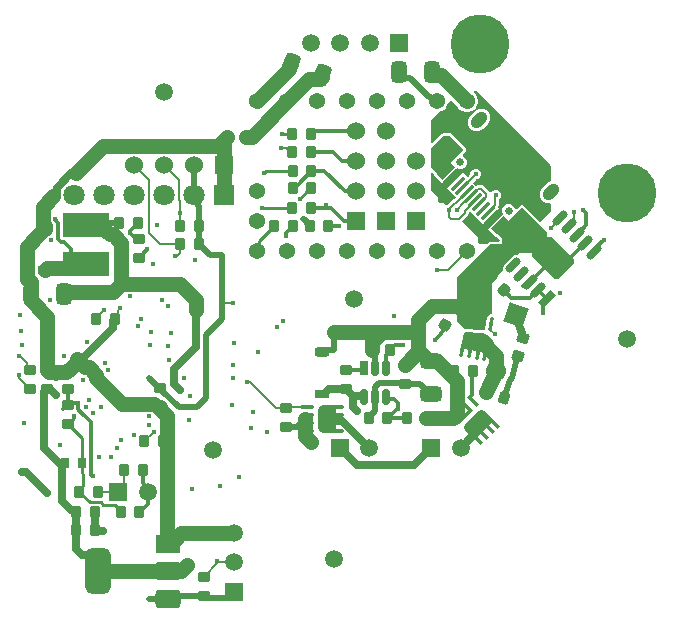
<source format=gbl>
G04*
G04 #@! TF.GenerationSoftware,Altium Limited,Altium Designer,23.11.1 (41)*
G04*
G04 Layer_Physical_Order=4*
G04 Layer_Color=16711680*
%FSLAX44Y44*%
%MOMM*%
G71*
G04*
G04 #@! TF.SameCoordinates,FB2BF82D-85B4-4A24-BBB8-605E99FAA97A*
G04*
G04*
G04 #@! TF.FilePolarity,Positive*
G04*
G01*
G75*
G04:AMPARAMS|DCode=14|XSize=1mm|YSize=0.9mm|CornerRadius=0.225mm|HoleSize=0mm|Usage=FLASHONLY|Rotation=90.000|XOffset=0mm|YOffset=0mm|HoleType=Round|Shape=RoundedRectangle|*
%AMROUNDEDRECTD14*
21,1,1.0000,0.4500,0,0,90.0*
21,1,0.5500,0.9000,0,0,90.0*
1,1,0.4500,0.2250,0.2750*
1,1,0.4500,0.2250,-0.2750*
1,1,0.4500,-0.2250,-0.2750*
1,1,0.4500,-0.2250,0.2750*
%
%ADD14ROUNDEDRECTD14*%
%ADD25R,0.8000X0.9000*%
%ADD26C,1.5000*%
G04:AMPARAMS|DCode=27|XSize=1.8mm|YSize=1.3mm|CornerRadius=0.325mm|HoleSize=0mm|Usage=FLASHONLY|Rotation=270.000|XOffset=0mm|YOffset=0mm|HoleType=Round|Shape=RoundedRectangle|*
%AMROUNDEDRECTD27*
21,1,1.8000,0.6500,0,0,270.0*
21,1,1.1500,1.3000,0,0,270.0*
1,1,0.6500,-0.3250,-0.5750*
1,1,0.6500,-0.3250,0.5750*
1,1,0.6500,0.3250,0.5750*
1,1,0.6500,0.3250,-0.5750*
%
%ADD27ROUNDEDRECTD27*%
G04:AMPARAMS|DCode=28|XSize=1mm|YSize=0.9mm|CornerRadius=0.225mm|HoleSize=0mm|Usage=FLASHONLY|Rotation=180.000|XOffset=0mm|YOffset=0mm|HoleType=Round|Shape=RoundedRectangle|*
%AMROUNDEDRECTD28*
21,1,1.0000,0.4500,0,0,180.0*
21,1,0.5500,0.9000,0,0,180.0*
1,1,0.4500,-0.2750,0.2250*
1,1,0.4500,0.2750,0.2250*
1,1,0.4500,0.2750,-0.2250*
1,1,0.4500,-0.2750,-0.2250*
%
%ADD28ROUNDEDRECTD28*%
G04:AMPARAMS|DCode=29|XSize=1.8mm|YSize=1.3mm|CornerRadius=0.325mm|HoleSize=0mm|Usage=FLASHONLY|Rotation=180.000|XOffset=0mm|YOffset=0mm|HoleType=Round|Shape=RoundedRectangle|*
%AMROUNDEDRECTD29*
21,1,1.8000,0.6500,0,0,180.0*
21,1,1.1500,1.3000,0,0,180.0*
1,1,0.6500,-0.5750,0.3250*
1,1,0.6500,0.5750,0.3250*
1,1,0.6500,0.5750,-0.3250*
1,1,0.6500,-0.5750,-0.3250*
%
%ADD29ROUNDEDRECTD29*%
G04:AMPARAMS|DCode=36|XSize=1mm|YSize=0.9mm|CornerRadius=0.225mm|HoleSize=0mm|Usage=FLASHONLY|Rotation=225.000|XOffset=0mm|YOffset=0mm|HoleType=Round|Shape=RoundedRectangle|*
%AMROUNDEDRECTD36*
21,1,1.0000,0.4500,0,0,225.0*
21,1,0.5500,0.9000,0,0,225.0*
1,1,0.4500,-0.3536,-0.0354*
1,1,0.4500,0.0354,0.3536*
1,1,0.4500,0.3536,0.0354*
1,1,0.4500,-0.0354,-0.3536*
%
%ADD36ROUNDEDRECTD36*%
G04:AMPARAMS|DCode=38|XSize=1mm|YSize=0.9mm|CornerRadius=0.225mm|HoleSize=0mm|Usage=FLASHONLY|Rotation=162.000|XOffset=0mm|YOffset=0mm|HoleType=Round|Shape=RoundedRectangle|*
%AMROUNDEDRECTD38*
21,1,1.0000,0.4500,0,0,162.0*
21,1,0.5500,0.9000,0,0,162.0*
1,1,0.4500,-0.1920,0.2990*
1,1,0.4500,0.3311,0.1290*
1,1,0.4500,0.1920,-0.2990*
1,1,0.4500,-0.3311,-0.1290*
%
%ADD38ROUNDEDRECTD38*%
%ADD39C,0.5080*%
%ADD40C,0.2032*%
%ADD41C,0.6350*%
%ADD42C,0.3048*%
%ADD43C,0.2540*%
%ADD44C,1.2700*%
%ADD45C,1.3716*%
%ADD46P,2.4042X4X296.0*%
%ADD47C,1.7000*%
%ADD48C,1.8000*%
%ADD49R,1.8000X1.8000*%
%ADD50R,1.4986X1.4986*%
%ADD51C,1.5240*%
%ADD52R,1.5080X1.5080*%
%ADD53C,1.5080*%
%ADD54R,1.5080X1.5080*%
G04:AMPARAMS|DCode=55|XSize=1mm|YSize=1.6mm|CornerRadius=0mm|HoleSize=0mm|Usage=FLASHONLY|Rotation=315.000|XOffset=0mm|YOffset=0mm|HoleType=Round|Shape=Round|*
%AMOVALD55*
21,1,0.6000,1.0000,0.0000,0.0000,45.0*
1,1,1.0000,-0.2121,-0.2121*
1,1,1.0000,0.2121,0.2121*
%
%ADD55OVALD55*%

%ADD56C,0.6750*%
G04:AMPARAMS|DCode=57|XSize=1mm|YSize=2.1mm|CornerRadius=0mm|HoleSize=0mm|Usage=FLASHONLY|Rotation=315.000|XOffset=0mm|YOffset=0mm|HoleType=Round|Shape=Round|*
%AMOVALD57*
21,1,1.1000,1.0000,0.0000,0.0000,45.0*
1,1,1.0000,-0.3889,-0.3889*
1,1,1.0000,0.3889,0.3889*
%
%ADD57OVALD57*%

%ADD58R,1.4986X1.4986*%
%ADD59C,5.0000*%
%ADD60C,0.5000*%
%ADD61C,0.4500*%
%ADD63R,2.1500X1.6000*%
G04:AMPARAMS|DCode=64|XSize=1.6mm|YSize=2.15mm|CornerRadius=0.4mm|HoleSize=0mm|Usage=FLASHONLY|Rotation=90.000|XOffset=0mm|YOffset=0mm|HoleType=Round|Shape=RoundedRectangle|*
%AMROUNDEDRECTD64*
21,1,1.6000,1.3500,0,0,90.0*
21,1,0.8000,2.1500,0,0,90.0*
1,1,0.8000,0.6750,0.4000*
1,1,0.8000,0.6750,-0.4000*
1,1,0.8000,-0.6750,-0.4000*
1,1,0.8000,-0.6750,0.4000*
%
%ADD64ROUNDEDRECTD64*%
G04:AMPARAMS|DCode=65|XSize=3.85mm|YSize=2.15mm|CornerRadius=0.5375mm|HoleSize=0mm|Usage=FLASHONLY|Rotation=90.000|XOffset=0mm|YOffset=0mm|HoleType=Round|Shape=RoundedRectangle|*
%AMROUNDEDRECTD65*
21,1,3.8500,1.0750,0,0,90.0*
21,1,2.7750,2.1500,0,0,90.0*
1,1,1.0750,0.5375,1.3875*
1,1,1.0750,0.5375,-1.3875*
1,1,1.0750,-0.5375,-1.3875*
1,1,1.0750,-0.5375,1.3875*
%
%ADD65ROUNDEDRECTD65*%
G04:AMPARAMS|DCode=66|XSize=0.3mm|YSize=1.15mm|CornerRadius=0.075mm|HoleSize=0mm|Usage=FLASHONLY|Rotation=170.000|XOffset=0mm|YOffset=0mm|HoleType=Round|Shape=RoundedRectangle|*
%AMROUNDEDRECTD66*
21,1,0.3000,1.0000,0,0,170.0*
21,1,0.1500,1.1500,0,0,170.0*
1,1,0.1500,0.0130,0.5054*
1,1,0.1500,0.1607,0.4794*
1,1,0.1500,-0.0130,-0.5054*
1,1,0.1500,-0.1607,-0.4794*
%
%ADD66ROUNDEDRECTD66*%
G04:AMPARAMS|DCode=67|XSize=2.3mm|YSize=1.5mm|CornerRadius=0.375mm|HoleSize=0mm|Usage=FLASHONLY|Rotation=170.000|XOffset=0mm|YOffset=0mm|HoleType=Round|Shape=RoundedRectangle|*
%AMROUNDEDRECTD67*
21,1,2.3000,0.7500,0,0,170.0*
21,1,1.5500,1.5000,0,0,170.0*
1,1,0.7500,-0.6981,0.5039*
1,1,0.7500,0.8283,0.2347*
1,1,0.7500,0.6981,-0.5039*
1,1,0.7500,-0.8283,-0.2347*
%
%ADD67ROUNDEDRECTD67*%
G04:AMPARAMS|DCode=68|XSize=0.35mm|YSize=1.634mm|CornerRadius=0.0875mm|HoleSize=0mm|Usage=FLASHONLY|Rotation=80.000|XOffset=0mm|YOffset=0mm|HoleType=Round|Shape=RoundedRectangle|*
%AMROUNDEDRECTD68*
21,1,0.3500,1.4590,0,0,80.0*
21,1,0.1750,1.6340,0,0,80.0*
1,1,0.1750,0.7336,-0.0405*
1,1,0.1750,0.7032,-0.2129*
1,1,0.1750,-0.7336,0.0405*
1,1,0.1750,-0.7032,0.2129*
%
%ADD68ROUNDEDRECTD68*%
G04:AMPARAMS|DCode=69|XSize=1.2mm|YSize=0.8mm|CornerRadius=0.2mm|HoleSize=0mm|Usage=FLASHONLY|Rotation=0.000|XOffset=0mm|YOffset=0mm|HoleType=Round|Shape=RoundedRectangle|*
%AMROUNDEDRECTD69*
21,1,1.2000,0.4000,0,0,0.0*
21,1,0.8000,0.8000,0,0,0.0*
1,1,0.4000,0.4000,-0.2000*
1,1,0.4000,-0.4000,-0.2000*
1,1,0.4000,-0.4000,0.2000*
1,1,0.4000,0.4000,0.2000*
%
%ADD69ROUNDEDRECTD69*%
%ADD70R,1.2000X0.8000*%
G04:AMPARAMS|DCode=71|XSize=2.3mm|YSize=3.2mm|CornerRadius=0.2875mm|HoleSize=0mm|Usage=FLASHONLY|Rotation=45.000|XOffset=0mm|YOffset=0mm|HoleType=Round|Shape=RoundedRectangle|*
%AMROUNDEDRECTD71*
21,1,2.3000,2.6250,0,0,45.0*
21,1,1.7250,3.2000,0,0,45.0*
1,1,0.5750,1.5380,-0.3182*
1,1,0.5750,0.3182,-1.5380*
1,1,0.5750,-1.5380,0.3182*
1,1,0.5750,-0.3182,1.5380*
%
%ADD71ROUNDEDRECTD71*%
G04:AMPARAMS|DCode=72|XSize=0.6mm|YSize=1.45mm|CornerRadius=0.15mm|HoleSize=0mm|Usage=FLASHONLY|Rotation=315.000|XOffset=0mm|YOffset=0mm|HoleType=Round|Shape=RoundedRectangle|*
%AMROUNDEDRECTD72*
21,1,0.6000,1.1500,0,0,315.0*
21,1,0.3000,1.4500,0,0,315.0*
1,1,0.3000,-0.3005,-0.5127*
1,1,0.3000,-0.5127,-0.3005*
1,1,0.3000,0.3005,0.5127*
1,1,0.3000,0.5127,0.3005*
%
%ADD72ROUNDEDRECTD72*%
G04:AMPARAMS|DCode=73|XSize=0.6mm|YSize=1.45mm|CornerRadius=0mm|HoleSize=0mm|Usage=FLASHONLY|Rotation=315.000|XOffset=0mm|YOffset=0mm|HoleType=Round|Shape=Rectangle|*
%AMROTATEDRECTD73*
4,1,4,-0.7248,-0.3005,0.3005,0.7248,0.7248,0.3005,-0.3005,-0.7248,-0.7248,-0.3005,0.0*
%
%ADD73ROTATEDRECTD73*%

G04:AMPARAMS|DCode=74|XSize=0.3mm|YSize=1.45mm|CornerRadius=0mm|HoleSize=0mm|Usage=FLASHONLY|Rotation=315.000|XOffset=0mm|YOffset=0mm|HoleType=Round|Shape=Rectangle|*
%AMROTATEDRECTD74*
4,1,4,-0.6187,-0.4066,0.4066,0.6187,0.6187,0.4066,-0.4066,-0.6187,-0.6187,-0.4066,0.0*
%
%ADD74ROTATEDRECTD74*%

%ADD75R,4.0000X2.0000*%
G04:AMPARAMS|DCode=76|XSize=1.8mm|YSize=1.3mm|CornerRadius=0.325mm|HoleSize=0mm|Usage=FLASHONLY|Rotation=70.000|XOffset=0mm|YOffset=0mm|HoleType=Round|Shape=RoundedRectangle|*
%AMROUNDEDRECTD76*
21,1,1.8000,0.6500,0,0,70.0*
21,1,1.1500,1.3000,0,0,70.0*
1,1,0.6500,0.5021,0.4292*
1,1,0.6500,0.1087,-0.6515*
1,1,0.6500,-0.5021,-0.4292*
1,1,0.6500,-0.1087,0.6515*
%
%ADD76ROUNDEDRECTD76*%
G04:AMPARAMS|DCode=77|XSize=0.7mm|YSize=1.3mm|CornerRadius=0.175mm|HoleSize=0mm|Usage=FLASHONLY|Rotation=180.000|XOffset=0mm|YOffset=0mm|HoleType=Round|Shape=RoundedRectangle|*
%AMROUNDEDRECTD77*
21,1,0.7000,0.9500,0,0,180.0*
21,1,0.3500,1.3000,0,0,180.0*
1,1,0.3500,-0.1750,0.4750*
1,1,0.3500,0.1750,0.4750*
1,1,0.3500,0.1750,-0.4750*
1,1,0.3500,-0.1750,-0.4750*
%
%ADD77ROUNDEDRECTD77*%
%ADD78R,0.7000X1.3000*%
G04:AMPARAMS|DCode=79|XSize=0.3mm|YSize=1.15mm|CornerRadius=0.075mm|HoleSize=0mm|Usage=FLASHONLY|Rotation=270.000|XOffset=0mm|YOffset=0mm|HoleType=Round|Shape=RoundedRectangle|*
%AMROUNDEDRECTD79*
21,1,0.3000,1.0000,0,0,270.0*
21,1,0.1500,1.1500,0,0,270.0*
1,1,0.1500,-0.5000,-0.0750*
1,1,0.1500,-0.5000,0.0750*
1,1,0.1500,0.5000,0.0750*
1,1,0.1500,0.5000,-0.0750*
%
%ADD79ROUNDEDRECTD79*%
G04:AMPARAMS|DCode=80|XSize=2.3mm|YSize=1.5mm|CornerRadius=0.375mm|HoleSize=0mm|Usage=FLASHONLY|Rotation=270.000|XOffset=0mm|YOffset=0mm|HoleType=Round|Shape=RoundedRectangle|*
%AMROUNDEDRECTD80*
21,1,2.3000,0.7500,0,0,270.0*
21,1,1.5500,1.5000,0,0,270.0*
1,1,0.7500,-0.3750,-0.7750*
1,1,0.7500,-0.3750,0.7750*
1,1,0.7500,0.3750,0.7750*
1,1,0.7500,0.3750,-0.7750*
%
%ADD80ROUNDEDRECTD80*%
G04:AMPARAMS|DCode=81|XSize=0.35mm|YSize=1.634mm|CornerRadius=0.0875mm|HoleSize=0mm|Usage=FLASHONLY|Rotation=180.000|XOffset=0mm|YOffset=0mm|HoleType=Round|Shape=RoundedRectangle|*
%AMROUNDEDRECTD81*
21,1,0.3500,1.4590,0,0,180.0*
21,1,0.1750,1.6340,0,0,180.0*
1,1,0.1750,-0.0875,0.7295*
1,1,0.1750,0.0875,0.7295*
1,1,0.1750,0.0875,-0.7295*
1,1,0.1750,-0.0875,-0.7295*
%
%ADD81ROUNDEDRECTD81*%
G04:AMPARAMS|DCode=82|XSize=0.3mm|YSize=1.15mm|CornerRadius=0.075mm|HoleSize=0mm|Usage=FLASHONLY|Rotation=225.000|XOffset=0mm|YOffset=0mm|HoleType=Round|Shape=RoundedRectangle|*
%AMROUNDEDRECTD82*
21,1,0.3000,1.0000,0,0,225.0*
21,1,0.1500,1.1500,0,0,225.0*
1,1,0.1500,-0.4066,0.3005*
1,1,0.1500,-0.3005,0.4066*
1,1,0.1500,0.4066,-0.3005*
1,1,0.1500,0.3005,-0.4066*
%
%ADD82ROUNDEDRECTD82*%
G04:AMPARAMS|DCode=83|XSize=2.3mm|YSize=1.5mm|CornerRadius=0.375mm|HoleSize=0mm|Usage=FLASHONLY|Rotation=225.000|XOffset=0mm|YOffset=0mm|HoleType=Round|Shape=RoundedRectangle|*
%AMROUNDEDRECTD83*
21,1,2.3000,0.7500,0,0,225.0*
21,1,1.5500,1.5000,0,0,225.0*
1,1,0.7500,-0.8132,-0.2828*
1,1,0.7500,0.2828,0.8132*
1,1,0.7500,0.8132,0.2828*
1,1,0.7500,-0.2828,-0.8132*
%
%ADD83ROUNDEDRECTD83*%
G04:AMPARAMS|DCode=84|XSize=0.35mm|YSize=1.634mm|CornerRadius=0.0875mm|HoleSize=0mm|Usage=FLASHONLY|Rotation=135.000|XOffset=0mm|YOffset=0mm|HoleType=Round|Shape=RoundedRectangle|*
%AMROUNDEDRECTD84*
21,1,0.3500,1.4590,0,0,135.0*
21,1,0.1750,1.6340,0,0,135.0*
1,1,0.1750,0.4540,0.5777*
1,1,0.1750,0.5777,0.4540*
1,1,0.1750,-0.4540,-0.5777*
1,1,0.1750,-0.5777,-0.4540*
%
%ADD84ROUNDEDRECTD84*%
G04:AMPARAMS|DCode=85|XSize=1mm|YSize=0.9mm|CornerRadius=0.225mm|HoleSize=0mm|Usage=FLASHONLY|Rotation=150.000|XOffset=0mm|YOffset=0mm|HoleType=Round|Shape=RoundedRectangle|*
%AMROUNDEDRECTD85*
21,1,1.0000,0.4500,0,0,150.0*
21,1,0.5500,0.9000,0,0,150.0*
1,1,0.4500,-0.1257,0.3324*
1,1,0.4500,0.3507,0.0574*
1,1,0.4500,0.1257,-0.3324*
1,1,0.4500,-0.3507,-0.0574*
%
%ADD85ROUNDEDRECTD85*%
G04:AMPARAMS|DCode=86|XSize=1mm|YSize=0.9mm|CornerRadius=0.225mm|HoleSize=0mm|Usage=FLASHONLY|Rotation=252.000|XOffset=0mm|YOffset=0mm|HoleType=Round|Shape=RoundedRectangle|*
%AMROUNDEDRECTD86*
21,1,1.0000,0.4500,0,0,252.0*
21,1,0.5500,0.9000,0,0,252.0*
1,1,0.4500,-0.2990,-0.1920*
1,1,0.4500,-0.1290,0.3311*
1,1,0.4500,0.2990,0.1920*
1,1,0.4500,0.1290,-0.3311*
%
%ADD86ROUNDEDRECTD86*%
G36*
X555039Y391096D02*
Y377724D01*
X553486Y377081D01*
X551964Y375913D01*
X547722Y371670D01*
X546554Y370148D01*
X545820Y368376D01*
X545569Y366474D01*
X545820Y364572D01*
X546554Y362800D01*
X547722Y361278D01*
X549244Y360110D01*
X551016Y359375D01*
X552918Y359125D01*
X553769Y359237D01*
X555039Y358147D01*
Y352189D01*
X545891Y343040D01*
X532141Y356790D01*
X531785Y357028D01*
X531434Y357274D01*
X531408Y357280D01*
X531385Y357296D01*
X530965Y357379D01*
X530547Y357472D01*
X530520Y357468D01*
X530493Y357473D01*
X530073Y357390D01*
X529651Y357316D01*
X529628Y357301D01*
X529601Y357296D01*
X529245Y357058D01*
X528883Y356828D01*
X525952Y354031D01*
X524588Y354484D01*
X523917Y356105D01*
X522325Y357697D01*
X520244Y358559D01*
X517992D01*
X515911Y357697D01*
X514319Y356105D01*
X513457Y354024D01*
Y351772D01*
X514088Y350250D01*
X501320Y337482D01*
X508795Y330006D01*
X509064Y330275D01*
X511523Y327816D01*
X511037Y326642D01*
X502142D01*
X500500Y325000D01*
X494500D01*
X493500Y326000D01*
Y330000D01*
X479778Y343722D01*
X484195Y348139D01*
X484924Y349232D01*
X485181Y350520D01*
Y351532D01*
X486225Y352577D01*
X488238Y350563D01*
X497128Y341674D01*
X510614Y355160D01*
X510048Y355725D01*
X510258Y356039D01*
X510514Y357327D01*
Y361796D01*
X510799Y361915D01*
X512075Y363191D01*
X512766Y364858D01*
Y366662D01*
X512075Y368329D01*
X510799Y369605D01*
X509132Y370296D01*
X507328D01*
X505661Y369605D01*
X504537Y368482D01*
X504040Y368426D01*
X503816Y368439D01*
X503112Y368576D01*
X502541Y369431D01*
X498402Y373570D01*
X497309Y374300D01*
X496021Y374556D01*
X493285D01*
X491997Y374300D01*
X491683Y374090D01*
X489104Y376669D01*
X490545Y378110D01*
X491060Y378881D01*
X491437Y379258D01*
X492114D01*
X493781Y379949D01*
X495057Y381225D01*
X495748Y382892D01*
Y384696D01*
X495057Y386363D01*
X493781Y387639D01*
X492114Y388330D01*
X490310D01*
X488643Y387639D01*
X487367Y386363D01*
X486676Y384696D01*
Y384019D01*
X485783Y383127D01*
X485268Y382355D01*
X484343Y381431D01*
X480511Y385262D01*
X467025Y371777D01*
X474544Y364258D01*
X472788Y362502D01*
X472238Y362393D01*
X471146Y361663D01*
X467325Y357842D01*
X467311Y357822D01*
X465934Y357566D01*
X463852Y359648D01*
X459852D01*
X458852Y360648D01*
Y364648D01*
X453161Y370339D01*
Y384519D01*
X454334Y385005D01*
X455626Y383712D01*
X455358Y383444D01*
X462833Y375968D01*
X475602Y388737D01*
X477122Y388107D01*
X479375D01*
X481455Y388969D01*
X483048Y390561D01*
X483909Y392642D01*
Y394894D01*
X483048Y396974D01*
X481455Y398567D01*
X480324Y399035D01*
X480046Y400525D01*
X482597Y402961D01*
X482613Y402984D01*
X482636Y402999D01*
X482874Y403355D01*
X483120Y403705D01*
X483126Y403732D01*
X483141Y403755D01*
X483225Y404175D01*
X483318Y404593D01*
X483313Y404620D01*
X483319Y404647D01*
X483235Y405067D01*
X483162Y405489D01*
X483147Y405512D01*
X483141Y405539D01*
X482904Y405895D01*
X482674Y406256D01*
X482651Y406272D01*
X482636Y406295D01*
X471142Y417789D01*
X470386Y418294D01*
X469494Y418472D01*
X463994D01*
X463102Y418294D01*
X462346Y417789D01*
X454334Y409777D01*
X453161Y410263D01*
Y429661D01*
X460094Y436594D01*
X462024Y437112D01*
X464109Y438315D01*
X465812Y440018D01*
X467015Y442103D01*
X467533Y444033D01*
X470354Y446854D01*
X475740Y441468D01*
X476578Y440018D01*
X478280Y438315D01*
X480365Y437112D01*
X482691Y436488D01*
X485098D01*
X487424Y437112D01*
X489509Y438315D01*
X491212Y440018D01*
X492416Y442103D01*
X493039Y444428D01*
Y446836D01*
X492416Y449162D01*
X491212Y451247D01*
X489586Y452872D01*
X489616Y453218D01*
X489983Y454142D01*
X491993D01*
X555039Y391096D01*
D02*
G37*
G36*
X480988Y404647D02*
X458988Y383647D01*
X453415Y389220D01*
X453415Y405562D01*
X463994Y416141D01*
X469494D01*
X480988Y404647D01*
D02*
G37*
G36*
X551156Y334479D02*
X551156Y324866D01*
X543282Y316992D01*
X527992Y316992D01*
X526459Y315459D01*
X525885Y315573D01*
X524408Y315279D01*
X523156Y314442D01*
X515024Y306311D01*
X514187Y305058D01*
X513893Y303581D01*
X514007Y303008D01*
X504674Y293674D01*
Y265128D01*
X504534Y265010D01*
X503326Y264984D01*
X502221Y264498D01*
X501386Y263625D01*
X500948Y262499D01*
X499220Y252697D01*
X499207Y252647D01*
X498885Y252324D01*
X497961Y251755D01*
X496022Y252010D01*
X494461D01*
X492637Y251770D01*
X485179Y253085D01*
X482778Y253032D01*
X482251Y252801D01*
X475210Y259842D01*
Y296710D01*
X486000Y307500D01*
X501335Y322835D01*
X501392Y322847D01*
X502148Y323352D01*
X503108Y324311D01*
X511037D01*
X511929Y324489D01*
X512685Y324994D01*
X513190Y325750D01*
X513676Y326924D01*
X513854Y327816D01*
X513676Y328708D01*
X513171Y329464D01*
X508493Y334142D01*
X530493Y355142D01*
X551156Y334479D01*
D02*
G37*
%LPC*%
G36*
X496067Y439159D02*
X494165Y438909D01*
X492393Y438175D01*
X490871Y437007D01*
X486628Y432764D01*
X485460Y431242D01*
X484726Y429470D01*
X484475Y427568D01*
X484726Y425666D01*
X485460Y423893D01*
X486628Y422371D01*
X488150Y421204D01*
X489922Y420469D01*
X491824Y420219D01*
X493726Y420469D01*
X495499Y421204D01*
X497021Y422371D01*
X501263Y426614D01*
X502431Y428136D01*
X503165Y429908D01*
X503416Y431810D01*
X503165Y433713D01*
X502431Y435485D01*
X501263Y437007D01*
X499741Y438175D01*
X497969Y438909D01*
X496067Y439159D01*
D02*
G37*
%LPD*%
D14*
X336119Y386642D02*
D03*
X352119D02*
D03*
X352119Y371642D02*
D03*
X336119D02*
D03*
X366500Y340000D02*
D03*
X350500D02*
D03*
X169776Y260858D02*
D03*
X185776Y260858D02*
D03*
X169000Y97500D02*
D03*
X153000D02*
D03*
X169000Y82500D02*
D03*
X153000D02*
D03*
X206500Y97500D02*
D03*
X190500D02*
D03*
X209533Y133451D02*
D03*
X193533D02*
D03*
X433000Y177500D02*
D03*
X449000D02*
D03*
X336500Y340000D02*
D03*
X320500D02*
D03*
X281028Y415544D02*
D03*
X297028D02*
D03*
X226500Y157500D02*
D03*
X210500D02*
D03*
X400500Y177500D02*
D03*
X416500D02*
D03*
X419000Y235000D02*
D03*
X403000D02*
D03*
X351500Y355000D02*
D03*
X335500D02*
D03*
X205080Y342138D02*
D03*
X189080Y342138D02*
D03*
X240500Y325000D02*
D03*
X256500D02*
D03*
X240500Y340000D02*
D03*
X256500D02*
D03*
X171500Y115000D02*
D03*
X155500D02*
D03*
X473000Y217500D02*
D03*
X489000D02*
D03*
X351500Y402500D02*
D03*
X335500D02*
D03*
X351500Y417500D02*
D03*
X335500D02*
D03*
D25*
X143598Y138938D02*
D03*
X157598D02*
D03*
D26*
X619037Y243924D02*
D03*
X371331Y57698D02*
D03*
X227673Y453502D02*
D03*
X268660Y150469D02*
D03*
X388500Y278182D02*
D03*
D27*
X454158Y470154D02*
D03*
X426158D02*
D03*
X114500Y282500D02*
D03*
X142500D02*
D03*
D28*
X128500Y218000D02*
D03*
Y202000D02*
D03*
X146000Y172000D02*
D03*
X146000Y188000D02*
D03*
X223500Y186532D02*
D03*
X223500Y202532D02*
D03*
X431000Y206500D02*
D03*
Y222500D02*
D03*
X381000Y218000D02*
D03*
Y202000D02*
D03*
X113500D02*
D03*
Y218000D02*
D03*
X146000Y218000D02*
D03*
Y202000D02*
D03*
X261000Y43000D02*
D03*
Y27000D02*
D03*
X205716Y313056D02*
D03*
Y329056D02*
D03*
X331000Y169500D02*
D03*
Y185500D02*
D03*
D29*
X453500Y225500D02*
D03*
Y197500D02*
D03*
D36*
X515157Y285343D02*
D03*
X503843Y296657D02*
D03*
D38*
X526586Y229882D02*
D03*
X531530Y245098D02*
D03*
D39*
X214606Y210926D02*
Y211292D01*
Y210926D02*
X223000Y202532D01*
X223500D01*
X239804Y186227D02*
X254956D01*
X225960Y200072D02*
X239804Y186227D01*
X254956D02*
X262739Y194010D01*
Y247523D01*
X163298Y342138D02*
X189080D01*
X262739Y247523D02*
X276074Y260858D01*
X214606Y24384D02*
X214722Y24500D01*
X230250D01*
X276074Y260858D02*
Y274574D01*
Y315214D01*
X230250Y24500D02*
X232750Y27000D01*
X261000D01*
X262960Y25040D01*
X266288D01*
X266436Y24892D02*
X281142D01*
X286250Y30000D01*
X266288Y25040D02*
X266436Y24892D01*
X266286Y315214D02*
X276074D01*
X258460Y322540D02*
X258960D01*
X266286Y315214D01*
X256500Y324500D02*
Y325000D01*
Y324500D02*
X258460Y322540D01*
X256500Y340000D02*
Y356764D01*
Y325000D02*
Y340000D01*
X255172Y358092D02*
X256500Y356764D01*
X252700Y366200D02*
X255172Y363728D01*
Y358092D02*
Y363728D01*
X252700Y366200D02*
Y391600D01*
X345560Y345933D02*
X348540Y342953D01*
X345069Y345933D02*
X345560D01*
X348540Y341960D02*
Y342953D01*
Y341960D02*
X350500Y340000D01*
X340164Y169500D02*
X346940Y176276D01*
X331000Y169500D02*
X340164D01*
X371324Y235000D02*
Y250120D01*
X371000Y250444D02*
X371324Y250120D01*
X426158Y468874D02*
X430064Y464968D01*
X435184D01*
X426158Y468874D02*
Y470154D01*
X435184Y464968D02*
X451350Y448802D01*
X452988D02*
X456158Y445632D01*
X451350Y448802D02*
X452988D01*
X456158Y445632D02*
X458495D01*
X451384Y197500D02*
X453500D01*
X444064Y206500D02*
X447478Y203086D01*
Y201406D02*
Y203086D01*
Y201406D02*
X451384Y197500D01*
X362460Y234508D02*
X366944D01*
X367436Y235000D01*
X371324D01*
X361000Y233048D02*
X362460Y234508D01*
X404960Y230604D02*
Y233040D01*
X403000Y235000D02*
X404960Y233040D01*
Y230604D02*
X406000Y229564D01*
Y219500D02*
Y229564D01*
X431000Y206500D02*
X444064D01*
X430674Y206826D02*
X431000Y206500D01*
X406245Y195745D02*
Y203780D01*
X409290Y206826D02*
X430674D01*
X406245Y203780D02*
X409290Y206826D01*
X406000Y195500D02*
X406245Y195745D01*
X402960Y179960D02*
X406000Y183000D01*
X400500Y178000D02*
X402460Y179960D01*
X400500Y177500D02*
Y178000D01*
X406000Y183000D02*
Y195500D01*
X402460Y179960D02*
X402960D01*
X516079Y196975D02*
X520070Y209474D01*
X515330Y194632D02*
X516079Y196975D01*
X526100Y227978D02*
X526586Y229882D01*
X521826Y211241D02*
X526100Y227978D01*
X520070Y209474D02*
X521826Y211241D01*
D40*
X463272Y390752D02*
X465839Y388186D01*
X463272Y390752D02*
Y393470D01*
X465839Y386449D02*
Y388186D01*
X468524Y353882D02*
X469705Y355063D01*
Y355461D01*
X468524Y353214D02*
Y353882D01*
X188498Y268518D02*
X189969Y269989D01*
X188498Y264748D02*
Y268518D01*
X189969Y269989D02*
Y270657D01*
X185776Y262026D02*
X188498Y264748D01*
X185776Y260858D02*
Y262026D01*
X169776Y260858D02*
Y261662D01*
X176796Y268682D02*
Y268986D01*
X169776Y261662D02*
X176796Y268682D01*
X104834Y229616D02*
X105132D01*
X104817Y229633D02*
X104834Y229616D01*
X105132D02*
X110910Y223838D01*
Y220590D02*
Y223838D01*
Y220590D02*
X113500Y218000D01*
X104689Y210811D02*
Y213362D01*
Y210811D02*
X113500Y202000D01*
X104250Y213801D02*
X104689Y213362D01*
X240500Y350924D02*
Y361848D01*
Y340000D02*
Y350924D01*
X214998Y333872D02*
Y378502D01*
X201900Y391600D02*
X214998Y378502D01*
X236196Y314452D02*
X236243Y314405D01*
X237927D01*
X240500Y316978D01*
Y325000D01*
X214998Y333872D02*
X223870Y325000D01*
X240500D01*
X217628Y164628D02*
X218318D01*
X210500Y157500D02*
X217628Y164628D01*
X218318D02*
X218790Y165100D01*
X298204Y207554D02*
X300168D01*
X297731Y208026D02*
X298204Y207554D01*
X300168D02*
X322222Y185500D01*
X331000D01*
X261000Y43000D02*
X273000Y55000D01*
X272120Y55880D02*
X273000Y55000D01*
X286250D01*
X171500Y115000D02*
X171750Y114750D01*
X188500D01*
X193533Y119783D01*
Y133451D01*
X458700Y302768D02*
X468030D01*
X483895Y318632D01*
X276328Y274828D02*
X285726D01*
X276074Y274574D02*
X276328Y274828D01*
X240398Y361950D02*
Y378502D01*
Y361950D02*
X240500Y361848D01*
X227300Y391600D02*
X240398Y378502D01*
X326896Y405638D02*
X330782D01*
X332020Y186520D02*
X348060D01*
X331000Y185500D02*
X332020Y186520D01*
X493285Y371189D02*
X496021D01*
X487332Y365236D02*
X493285Y371189D01*
X500160Y364482D02*
Y367050D01*
X496021Y371189D02*
X500160Y367050D01*
X486772Y365236D02*
X487052D01*
X480818Y359282D02*
X486772Y365236D01*
X487052D02*
X487332D01*
X480796Y359282D02*
X480818D01*
X494123Y358445D02*
X500160Y364482D01*
X475310Y353797D02*
X480796Y359282D01*
X494123Y358165D02*
Y358445D01*
X475310Y353214D02*
Y353797D01*
X483516Y368491D02*
Y368771D01*
X477563Y362538D02*
X483516Y368491D01*
X481814Y352927D02*
X490587Y361700D01*
X477563Y362515D02*
Y362538D01*
X474330Y359282D02*
X477563Y362515D01*
X473526Y359282D02*
X474330D01*
X469705Y355461D02*
X473526Y359282D01*
X481814Y350520D02*
Y352927D01*
X477242Y345948D02*
X481814Y350520D01*
X469876Y345948D02*
X477242D01*
X468524Y347300D02*
Y353214D01*
Y347300D02*
X469876Y345948D01*
X555220Y337820D02*
X562832Y345432D01*
Y346538D01*
X565652Y349358D01*
Y352112D01*
X569903Y341850D02*
X574016Y345963D01*
X569903Y339467D02*
Y341850D01*
X574016Y345963D02*
Y352044D01*
X488164Y380746D02*
X491212Y383794D01*
X488164Y380490D02*
Y380746D01*
X479981Y372307D02*
X488164Y380490D01*
X507148Y364678D02*
X508230Y365760D01*
X501194Y351374D02*
X507148Y357327D01*
Y364678D01*
X501194Y351094D02*
Y351374D01*
X503521Y252161D02*
X507722Y248666D01*
X503521Y252161D02*
X503867Y256908D01*
X591116Y318254D02*
Y320122D01*
D41*
X155424Y225552D02*
X156195D01*
X184451Y259533D02*
X185776Y260858D01*
X184451Y253808D02*
Y259533D01*
X156195Y225552D02*
X184451Y253808D01*
X153000Y66250D02*
Y82500D01*
X169000D02*
Y97500D01*
X169712Y81788D02*
X175750D01*
X169000Y82500D02*
X169712Y81788D01*
X107418Y131826D02*
X110466D01*
X128500Y113792D01*
X135938Y196556D02*
X136232D01*
X128500Y202000D02*
X129825Y200675D01*
X131819D01*
X135938Y196556D01*
X235942Y205994D02*
X240768Y201168D01*
X235942Y205994D02*
Y218440D01*
X125706Y151638D02*
Y199206D01*
Y151638D02*
X140946Y136398D01*
Y106934D02*
Y136398D01*
Y106934D02*
X148555Y99325D01*
X151675D01*
X153000Y97500D02*
Y98000D01*
X151675Y99325D02*
X153000Y98000D01*
Y82500D02*
Y97500D01*
X157939Y61311D02*
X164342D01*
X153000Y66250D02*
X157939Y61311D01*
X171750Y47500D02*
Y53903D01*
X164342Y61311D02*
X171750Y53903D01*
X136639Y372190D02*
X148850Y384401D01*
X136639Y368508D02*
Y372190D01*
X133484Y365354D02*
X136639Y368508D01*
X254738Y237236D02*
Y268732D01*
X235942Y218440D02*
X254738Y237236D01*
X148850Y384401D02*
X152531D01*
X478500Y152250D02*
X493498Y167248D01*
Y172466D01*
X366533Y174971D02*
X378279D01*
X401000Y152250D01*
X364974Y176530D02*
X366533Y174971D01*
X366952Y202000D02*
X381000D01*
X361000Y198048D02*
X363000D01*
X366952Y202000D01*
X381000D02*
X381500D01*
X387195Y186567D02*
X390374Y183388D01*
X387195Y186567D02*
Y195805D01*
X396195D01*
X382825Y200175D02*
X387195Y195805D01*
X396195D02*
X396500Y195500D01*
X382825Y200175D02*
Y200675D01*
X381500Y202000D02*
X382825Y200675D01*
X376000Y152250D02*
X390750Y137500D01*
X438750D01*
X453500Y152250D01*
X527134Y258429D02*
X527984Y255853D01*
X531016Y246659D01*
X531270Y245886D01*
X531530Y245098D01*
X525039Y264782D02*
X527134Y258429D01*
D42*
X525391Y338947D02*
X525482Y339038D01*
X511801Y340487D02*
X514511Y343198D01*
X516599D01*
X520850Y338947D01*
X525391D01*
X534935Y292444D02*
X537022D01*
X531543Y289052D02*
X534935Y292444D01*
X146000Y188893D02*
X146730Y189623D01*
X142131Y185024D02*
X146000Y188893D01*
Y202000D01*
X153876Y189623D02*
X154154Y189901D01*
X146730Y189623D02*
X153876D01*
X154154Y184978D02*
X158899Y180233D01*
X154154Y184978D02*
Y189901D01*
X158899Y180233D02*
X159849D01*
X165838Y174244D01*
Y129425D02*
Y174244D01*
X166854Y128016D02*
Y128409D01*
X165838Y129425D02*
X166854Y128409D01*
X198350Y333756D02*
X198743D01*
X200915Y331584D01*
X203188D02*
X205716Y329056D01*
X200915Y331584D02*
X203188D01*
X209192Y316532D02*
X212954Y320294D01*
X213082D01*
X205716Y313056D02*
X205823D01*
X209192Y316425D01*
Y316532D01*
X201604Y338662D02*
X201711D01*
X198628Y335686D02*
X201604Y338662D01*
X205080Y342031D02*
Y342138D01*
X201711Y338662D02*
X205080Y342031D01*
X139942Y326550D02*
X142310D01*
X148734Y315816D02*
Y320126D01*
X137710Y328782D02*
Y342823D01*
X148734Y315816D02*
X157210Y307340D01*
X135358Y345809D02*
Y346202D01*
Y345809D02*
X136084Y345083D01*
Y344449D02*
X137710Y342823D01*
X136084Y344449D02*
Y345083D01*
X157210Y307340D02*
X161520D01*
X142310Y326550D02*
X148734Y320126D01*
X137710Y328782D02*
X139942Y326550D01*
X141566Y185024D02*
X142131D01*
X208378Y134605D02*
X209533Y133451D01*
X209528Y100528D02*
X213424Y104424D01*
Y114674D02*
X213500Y114750D01*
X213424Y104424D02*
Y114674D01*
X209421Y100528D02*
X209528D01*
X206500Y97607D02*
X209421Y100528D01*
X206500Y97500D02*
Y97607D01*
X209533Y121973D02*
X213500Y118006D01*
Y114750D02*
Y118006D01*
X209533Y121973D02*
Y133451D01*
X462080Y248780D02*
Y249251D01*
X456414Y243114D02*
X462080Y248780D01*
Y249251D02*
X463711Y250883D01*
X330430Y331470D02*
X330708Y331748D01*
Y334208D01*
X333131Y336524D02*
X336500Y339893D01*
X333024Y336524D02*
X333131D01*
X336500Y339893D02*
Y340000D01*
X330708Y334208D02*
X333024Y336524D01*
X364529Y355000D02*
X368876D01*
X351500D02*
X364466D01*
Y357823D02*
X364529Y357886D01*
X364466Y355000D02*
Y357823D01*
X425000Y185387D02*
Y190418D01*
Y185338D02*
Y185387D01*
X424053Y184440D02*
X425000Y185387D01*
X417459Y193377D02*
X422040D01*
X415500Y195336D02*
Y195500D01*
X422040Y193377D02*
X425000Y190418D01*
X415500Y195336D02*
X417459Y193377D01*
X425000Y185338D02*
X425172Y185166D01*
X423440Y184440D02*
X424053D01*
X416500Y177607D02*
X419869Y180976D01*
X419976D02*
X423440Y184440D01*
X416500Y177500D02*
Y177607D01*
X419869Y180976D02*
X419976D01*
X487656Y202184D02*
Y216156D01*
X489000Y217500D01*
X366500Y340000D02*
X375264D01*
X375518Y339746D01*
X487656Y196480D02*
Y202184D01*
X485976Y194116D02*
Y194800D01*
X487656Y196480D01*
X485976Y194116D02*
X488602Y191490D01*
X416500Y177500D02*
X433000D01*
X381000Y218000D02*
X395000D01*
X396500Y219500D01*
X415500Y230607D02*
X419000Y234107D01*
X415500Y219500D02*
Y230607D01*
X419000Y234107D02*
Y235000D01*
Y235107D02*
X421921Y238028D01*
X422760Y238760D02*
X429236D01*
X419000Y235000D02*
Y235107D01*
X421921Y238028D02*
X422028D01*
X422760Y238760D01*
X368876Y355000D02*
X379515Y344361D01*
X389466D02*
X389795Y344032D01*
X379515Y344361D02*
X389466D01*
X354232Y420232D02*
X389795D01*
X351500Y417500D02*
X354232Y420232D01*
X370398Y402500D02*
X378066Y394832D01*
X351500Y402500D02*
X370398D01*
X378066Y394832D02*
X389795D01*
X339341Y374865D02*
X340341D01*
X336119Y371642D02*
X339341Y374865D01*
X340341D02*
X352119Y386642D01*
X363142D02*
X380317Y369467D01*
X352119Y386642D02*
X363142D01*
X389760Y369467D02*
X389795Y369432D01*
X380317Y369467D02*
X389760D01*
X463711Y250883D02*
Y253169D01*
X568665Y308531D02*
Y309945D01*
X584045Y325325D01*
X537022Y292444D02*
X553109Y308531D01*
X515157Y285343D02*
X521354Y279146D01*
X537205D01*
X543432Y285373D02*
X544093D01*
X537205Y279146D02*
X543432Y285373D01*
X544093D02*
X551164Y278302D01*
Y276215D02*
Y278302D01*
X548108Y273158D02*
X551164Y276215D01*
X548108Y266192D02*
Y273158D01*
X591116Y320122D02*
X599416Y328422D01*
X584938Y340360D02*
Y350520D01*
X576974Y332396D02*
X584938Y340360D01*
X582398Y353060D02*
X584938Y350520D01*
D43*
X157598Y131005D02*
X158944Y129659D01*
X155500Y115000D02*
Y116030D01*
X157598Y131005D02*
Y138938D01*
X158944Y119474D02*
Y129659D01*
X155500Y116030D02*
X158944Y119474D01*
X146000Y172000D02*
X157598Y160402D01*
Y138938D02*
Y160402D01*
X151040Y178771D02*
X151415Y179146D01*
X146000Y172000D02*
Y172030D01*
X151040Y177071D01*
Y178771D01*
X155500Y115000D02*
X164444Y106056D01*
X173655D02*
X176057Y103654D01*
X185782D01*
X187270Y102166D01*
Y101760D02*
X190500Y98530D01*
Y97500D02*
Y98530D01*
X187270Y101760D02*
Y102166D01*
X164444Y106056D02*
X173655D01*
X310654Y355092D02*
X315190D01*
X315282Y355000D02*
X335500D01*
X315190Y355092D02*
X315282Y355000D01*
X326366Y405638D02*
X326896D01*
X307617Y320154D02*
Y327117D01*
X306095Y318632D02*
X307617Y320154D01*
Y327117D02*
X320500Y340000D01*
X342104Y362956D02*
X347665Y368517D01*
X348994D02*
X352119Y371642D01*
X347665Y368517D02*
X348994D01*
X311888Y385064D02*
X313466Y386642D01*
X336119D01*
X332375Y405625D02*
X335500Y402500D01*
X330782Y405638D02*
X330795Y405625D01*
X332375D01*
X327204Y417500D02*
X335500D01*
D44*
X181660Y332920D02*
G03*
X163699Y340360I-17960J-17960D01*
G01*
X462409Y394334D02*
X463272Y393470D01*
X462409Y394334D02*
Y398152D01*
X464389Y400132D01*
X525482Y339038D02*
X546771Y317750D01*
X552101Y312420D02*
X556998D01*
X546771Y317750D02*
X552101Y312420D01*
X111428Y295273D02*
Y322514D01*
X126030Y337500D02*
X126414D01*
X120843Y332313D02*
X126030Y337500D01*
X120843Y331929D02*
Y332313D01*
X130171Y216329D02*
X144328D01*
X128500Y218000D02*
Y263086D01*
X114650Y276936D02*
X128500Y263086D01*
X144328Y216329D02*
X146000Y218000D01*
X128500Y218000D02*
X130171Y216329D01*
X153414Y227562D02*
X160449Y220527D01*
X163362D01*
X169739Y211392D02*
Y214150D01*
X163362Y220527D02*
X169739Y214150D01*
X191549Y189583D02*
X215622D01*
X169739Y211392D02*
X191549Y189583D01*
X229676Y71074D02*
Y178650D01*
X218743Y189583D02*
X221794Y186532D01*
X223500D01*
X242040Y47500D02*
X247118Y52578D01*
X230250Y47500D02*
X242040D01*
X171750D02*
X230250D01*
X124472Y356341D02*
X133484Y365354D01*
X124472Y341693D02*
Y356341D01*
X126414Y337500D02*
Y339751D01*
X124472Y341693D02*
X126414Y339751D01*
X142500Y283718D02*
X183799D01*
X254738Y268732D02*
Y277368D01*
X240949Y291157D02*
X254738Y277368D01*
X191238Y291157D02*
X240949D01*
X114650Y276936D02*
Y282350D01*
X114500Y282500D02*
X114650Y282350D01*
X191238Y291157D02*
Y325473D01*
X181660Y332920D02*
X183790D01*
X161520Y340360D02*
X163699D01*
X142500Y282500D02*
Y283718D01*
X183799D02*
X191238Y291157D01*
X183790Y332920D02*
X191238Y325473D01*
X128445Y304531D02*
X158711D01*
X111428Y322514D02*
X120843Y331929D01*
X126414Y302500D02*
X128445Y304531D01*
X114350Y282650D02*
X114500Y282500D01*
X114350Y282650D02*
Y292351D01*
X111428Y295273D02*
X114350Y292351D01*
X146000Y218000D02*
X146503D01*
X153610Y225107D01*
X242090Y80000D02*
X286250D01*
X230250Y70500D02*
X233000D01*
X234650Y72150D01*
Y72561D01*
X242090Y80000D01*
X229676Y71074D02*
X230250Y70500D01*
X223500Y184826D02*
X229676Y178650D01*
X223500Y184826D02*
Y186532D01*
X278100Y412616D02*
X281028Y415544D01*
X273340Y407856D02*
X278100Y412616D01*
X152531Y384401D02*
X175987Y407856D01*
X273340D01*
X278100Y391600D02*
Y412616D01*
Y366200D02*
Y391600D01*
X297028Y415544D02*
X301406D01*
X331495Y445632D01*
X454382Y272034D02*
X480544D01*
X458394Y225350D02*
X475150Y208594D01*
X346940Y162052D02*
Y176276D01*
X371000Y250444D02*
X411456D01*
X461240Y177500D02*
X472116D01*
X449000D02*
X461240D01*
X472116D02*
X475210Y180594D01*
X346940Y162052D02*
X351766Y157226D01*
X475150Y180654D02*
Y208594D01*
Y180654D02*
X475210Y180594D01*
X453650Y225350D02*
X458394D01*
X453500Y225500D02*
X453650Y225350D01*
X442444Y247020D02*
Y260096D01*
Y233944D02*
Y247020D01*
X403000Y241988D02*
X411456Y250444D01*
X403000Y235000D02*
Y241988D01*
X411456Y250444D02*
X439020D01*
X442444Y247020D01*
X450850Y225650D02*
Y226504D01*
X442444Y233944D02*
X443410D01*
X451000Y225500D02*
X453500D01*
X450850Y225650D02*
X451000Y225500D01*
X443410Y233944D02*
X450850Y226504D01*
X431000Y222500D02*
X442444Y233944D01*
Y260096D02*
X454382Y272034D01*
X525482Y339038D02*
Y339038D01*
X454158Y467654D02*
X454308Y467504D01*
X454158Y467654D02*
Y470154D01*
X462023Y467504D02*
X483895Y445632D01*
X454308Y467504D02*
X462023D01*
X331495Y445632D02*
X350252Y464390D01*
X361112Y466311D02*
Y467398D01*
X359191Y464390D02*
X361112Y466311D01*
X350252Y464390D02*
X359191D01*
X306095Y445632D02*
X333287Y472824D01*
Y475461D02*
X334800Y476974D01*
X333287Y472824D02*
Y475461D01*
X499491Y238269D02*
X507974Y229786D01*
X500114Y199576D02*
X508500Y216750D01*
X494461Y243299D02*
X496022D01*
X499491Y238269D02*
Y239830D01*
X496022Y243299D02*
X499491Y239830D01*
X507974Y217276D02*
X508500Y216750D01*
X507974Y217276D02*
Y229786D01*
D45*
X306095Y344032D02*
D03*
X306095Y318632D02*
D03*
Y369432D02*
D03*
X407695Y445632D02*
D03*
X433095Y445632D02*
D03*
X382295Y445632D02*
D03*
X356895D02*
D03*
X483895Y318632D02*
D03*
Y445632D02*
D03*
X331495Y445632D02*
D03*
X331495Y318632D02*
D03*
X356895Y318632D02*
D03*
X382295Y318632D02*
D03*
X407695D02*
D03*
X433095Y318632D02*
D03*
X458495Y318632D02*
D03*
Y445632D02*
D03*
X306095Y445632D02*
D03*
D46*
X525039Y264782D02*
D03*
D47*
X508500Y216750D02*
D03*
D48*
X151100Y366200D02*
D03*
X176500Y366200D02*
D03*
X201900Y366200D02*
D03*
X227300D02*
D03*
X252700D02*
D03*
D49*
X278100D02*
D03*
D50*
X415195Y344032D02*
D03*
X440595D02*
D03*
X389795Y344032D02*
D03*
D51*
X415195Y369432D02*
D03*
Y394832D02*
D03*
Y420232D02*
D03*
X440595Y394832D02*
D03*
Y369432D02*
D03*
X252700Y391600D02*
D03*
X227300Y391600D02*
D03*
X201900Y391600D02*
D03*
X389795Y369432D02*
D03*
Y394832D02*
D03*
X389795Y420232D02*
D03*
D52*
X426399Y495078D02*
D03*
X188500Y114750D02*
D03*
X376000Y152250D02*
D03*
X453500D02*
D03*
D53*
X401399Y495078D02*
D03*
X376399D02*
D03*
X351399D02*
D03*
X286250Y55000D02*
D03*
Y80000D02*
D03*
X213500Y114750D02*
D03*
X401000Y152250D02*
D03*
X478500D02*
D03*
D54*
X286250Y30000D02*
D03*
D55*
X493946Y429689D02*
D03*
X555039Y368595D02*
D03*
D56*
X478248Y393768D02*
D03*
X519118Y352898D02*
D03*
D57*
X464389Y400132D02*
D03*
X525482Y339038D02*
D03*
D58*
X278100Y391600D02*
D03*
D59*
X619493Y368048D02*
D03*
X494493Y494142D02*
D03*
D60*
X553109Y324087D02*
D03*
X545331Y316309D02*
D03*
X560887D02*
D03*
X553109Y308531D02*
D03*
X568665D02*
D03*
X560887Y300753D02*
D03*
D61*
X290501Y127304D02*
D03*
X205136Y254975D02*
D03*
X207449Y261355D02*
D03*
X161803Y242065D02*
D03*
X179954Y217912D02*
D03*
X189969Y270657D02*
D03*
X198350Y280271D02*
D03*
X176796Y268986D02*
D03*
X177225Y224299D02*
D03*
X152884Y67818D02*
D03*
X175750Y81788D02*
D03*
X214606Y211292D02*
D03*
X233596Y249356D02*
D03*
X173679Y186702D02*
D03*
X151415Y179146D02*
D03*
X171898Y144526D02*
D03*
X166854Y128016D02*
D03*
X182602Y144272D02*
D03*
X135669Y210115D02*
D03*
X104817Y229633D02*
D03*
X104250Y213801D02*
D03*
X191027Y158321D02*
D03*
X214234Y178696D02*
D03*
X202037Y162980D02*
D03*
X215622Y187030D02*
D03*
X158853Y209641D02*
D03*
X154154Y189901D02*
D03*
X136232Y196556D02*
D03*
X142724Y229616D02*
D03*
X253214Y310896D02*
D03*
X248388Y175514D02*
D03*
X240768Y201168D02*
D03*
X244324Y210820D02*
D03*
X164060Y192786D02*
D03*
X161012Y186690D02*
D03*
X105386Y264668D02*
D03*
X240500Y350924D02*
D03*
X106148Y250698D02*
D03*
X215876Y250129D02*
D03*
X230608Y238252D02*
D03*
X230899Y272157D02*
D03*
X225810Y276832D02*
D03*
X236196Y314452D02*
D03*
X214606Y24384D02*
D03*
X198350Y333756D02*
D03*
X213082Y320294D02*
D03*
X218179Y307656D02*
D03*
X131729Y327804D02*
D03*
X137136Y306070D02*
D03*
X135358Y346202D02*
D03*
X128500Y113792D02*
D03*
X107418Y131826D02*
D03*
X215611Y239025D02*
D03*
X221464Y341122D02*
D03*
X250928Y117602D02*
D03*
X218790Y165100D02*
D03*
X274771Y119530D02*
D03*
X306593Y233312D02*
D03*
X297731Y208026D02*
D03*
X286119Y210820D02*
D03*
X286448Y240464D02*
D03*
X300814Y168656D02*
D03*
X167362Y181864D02*
D03*
X153414Y227562D02*
D03*
X231719Y226509D02*
D03*
X249658Y195834D02*
D03*
X272120Y55880D02*
D03*
X107418Y239522D02*
D03*
X247118Y52578D02*
D03*
X108688Y172974D02*
D03*
X139168Y154686D02*
D03*
X130532Y277622D02*
D03*
X458700Y302768D02*
D03*
X285722Y222500D02*
D03*
X302626Y182000D02*
D03*
X284456Y188722D02*
D03*
X285726Y274828D02*
D03*
X456414Y243114D02*
D03*
X562496Y283281D02*
D03*
X276074Y315214D02*
D03*
X187428Y152146D02*
D03*
X214606Y171450D02*
D03*
X310654Y355092D02*
D03*
X314682Y165100D02*
D03*
X326366Y405638D02*
D03*
X330430Y331470D02*
D03*
X345069Y345933D02*
D03*
X364529Y357886D02*
D03*
X342104Y362956D02*
D03*
X311888Y385064D02*
D03*
X327204Y417500D02*
D03*
X110268Y296619D02*
D03*
X422378Y263398D02*
D03*
X425172Y185166D02*
D03*
X495500Y331000D02*
D03*
X500516Y329000D02*
D03*
X475310Y353214D02*
D03*
X323324Y254645D02*
D03*
X328122Y259444D02*
D03*
X468524Y353214D02*
D03*
X555220Y337820D02*
D03*
X574016Y352044D02*
D03*
X491212Y383794D02*
D03*
X508230Y365760D02*
D03*
X465868Y363648D02*
D03*
X375518Y339746D02*
D03*
X487656Y202184D02*
D03*
X351766Y157226D02*
D03*
X461240Y177500D02*
D03*
X444064Y206500D02*
D03*
X390374Y183388D02*
D03*
X429236Y238760D02*
D03*
X371324Y235000D02*
D03*
X507722Y248666D02*
D03*
X464852Y369648D02*
D03*
X460852Y365648D02*
D03*
X499500Y335000D02*
D03*
X548108Y266192D02*
D03*
X599416Y328422D02*
D03*
X582398Y353060D02*
D03*
D63*
X230250Y70500D02*
D03*
D64*
X230250Y47500D02*
D03*
X230250Y24500D02*
D03*
D65*
X171750Y47500D02*
D03*
D66*
X484190Y260377D02*
D03*
X490749Y259221D02*
D03*
X497308Y258064D02*
D03*
X503867Y256908D02*
D03*
X479728Y235068D02*
D03*
X486286Y233911D02*
D03*
X492845Y232754D02*
D03*
X499404Y231598D02*
D03*
D67*
X491091Y241985D02*
D03*
D68*
X490055Y255281D02*
D03*
D69*
X126414Y337500D02*
D03*
X361000Y233048D02*
D03*
D70*
X126414Y302500D02*
D03*
X361000Y198048D02*
D03*
D71*
X556998Y312420D02*
D03*
D72*
X562832Y346538D02*
D03*
X569903Y339467D02*
D03*
X576974Y332396D02*
D03*
X584045Y325325D02*
D03*
X591116Y318254D02*
D03*
X522880Y306586D02*
D03*
X529951Y299515D02*
D03*
X537022Y292444D02*
D03*
X544093Y285373D02*
D03*
D73*
X551164Y278302D02*
D03*
X465839Y386449D02*
D03*
X511801Y340487D02*
D03*
X506144Y346144D02*
D03*
X471496Y380792D02*
D03*
D74*
X501194Y351094D02*
D03*
X497658Y354629D02*
D03*
X476445Y375842D02*
D03*
X479981Y372307D02*
D03*
X487052Y365236D02*
D03*
X494123Y358165D02*
D03*
X483516Y368771D02*
D03*
X490587Y361700D02*
D03*
D75*
X161520Y307340D02*
D03*
Y340360D02*
D03*
D76*
X334800Y476974D02*
D03*
X361112Y467398D02*
D03*
D77*
X396500Y195500D02*
D03*
X406000D02*
D03*
X415500D02*
D03*
Y219500D02*
D03*
X406000D02*
D03*
D78*
X396500D02*
D03*
D79*
X348060Y166540D02*
D03*
Y173200D02*
D03*
Y179860D02*
D03*
Y186520D02*
D03*
X373760Y166540D02*
D03*
Y173200D02*
D03*
Y179860D02*
D03*
Y186520D02*
D03*
D80*
X364974Y176530D02*
D03*
D81*
X352060Y173200D02*
D03*
D82*
X474474Y177362D02*
D03*
X479183Y182071D02*
D03*
X483893Y186781D02*
D03*
X488602Y191490D02*
D03*
X492647Y159189D02*
D03*
X497356Y163899D02*
D03*
X502065Y168608D02*
D03*
X506775Y173317D02*
D03*
D83*
X493498Y172466D02*
D03*
D84*
X482012Y179243D02*
D03*
D85*
X465368Y256470D02*
D03*
X473368Y270326D02*
D03*
D86*
X515330Y194632D02*
D03*
X500114Y199576D02*
D03*
M02*

</source>
